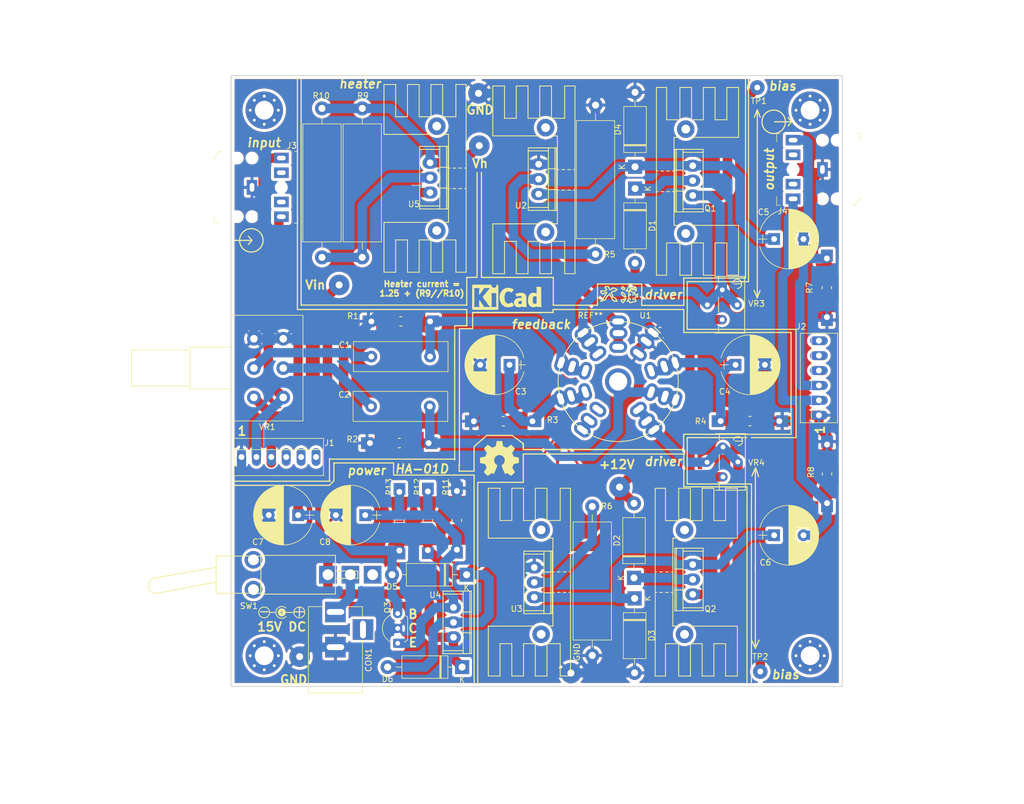
<source format=kicad_pcb>
(kicad_pcb (version 20211014) (generator pcbnew)
  (layers (0 "F.Cu" signal) (31 "B.Cu" signal) (34 "B.Paste" user) (35 "F.Paste" user) (36 "B.SilkS" user "B.Silkscreen") (37 "F.SilkS" user "F.Silkscreen") (38 "B.Mask" user) (39 "F.Mask" user) (44 "Edge.Cuts" user))
  (net 0 "")
  (net 1 "Net-(C1-Pad1)")
  (net 2 "Net-(C1-Pad2)")
  (net 3 "Net-(C2-Pad1)")
  (net 4 "Net-(C2-Pad2)")
  (net 5 "Net-(C3-Pad1)")
  (net 6 "GNDREF")
  (net 7 "Net-(C4-Pad1)")
  (net 8 "Net-(C5-Pad1)")
  (net 9 "Net-(C5-Pad2)")
  (net 10 "Net-(C6-Pad1)")
  (net 11 "Net-(C6-Pad2)")
  (net 12 "+12V")
  (net 13 "Net-(Q1-Pad1)")
  (net 14 "Net-(Q2-Pad1)")
  (net 15 "Net-(R5-Pad1)")
  (net 16 "Net-(R6-Pad1)")
  (net 17 "Net-(R10-Pad1)")
  (net 18 "Net-(C7-Pad1)")
  (net 20 "Net-(R10-Pad2)")
  (net 21 "Net-(CON1-Pad1)")
  (net 22 "Net-(C8-Pad1)")
  (net 23 "Net-(D1-Pad1)")
  (net 24 "Net-(D2-Pad1)")
  (net 25 "Net-(SW1-Pad3)")
  (net 30 "/R")
  (net 31 "/T")
  (footprint "Power_Integrations:TO-220" (layer "F.Cu") (at 132 56 90)
    (fp_text reference "Q1")
    (fp_text value "IRF530")
  )
  (footprint "Power_Integrations:TO-220" (layer "F.Cu") (at 132 124 90)
    (fp_text reference "Q2")
    (fp_text value "IRF530")
  )
  (footprint "Resistors_Universal:Resistor_SMD+THTuniversal_0805to2512_RM10_HandSoldering" (layer "F.Cu") (at 154.8638 74.2696 -90)
    (fp_text reference "R7")
    (fp_text value "1k")
  )
  (footprint "Power_Integrations:TO-220" (layer "F.Cu") (at 105.75 55.75 -90)
    (fp_text reference "U2")
    (fp_text value "LM317_TO220")
  )
  (footprint "Power_Integrations:TO-220" (layer "F.Cu") (at 105 124.5 -90)
    (fp_text reference "U3")
    (fp_text value "LM317_TO220")
  )
  (footprint "Power_Integrations:TO-220" (layer "F.Cu") (at 91.2368 131.318 -90)
    (fp_text reference "U4")
    (fp_text value "LM317_TO220")
  )
  (footprint "Power_Integrations:TO-220" (layer "F.Cu") (at 87.25 55.5 -90)
    (fp_text reference "U5")
    (fp_text value "LM317_TO220")
  )
  (footprint "Connectors:PINHEAD1-6" (layer "F.Cu") (at 55.118 103.124)
    (fp_text reference "J1")
    (fp_text value "JACK_TRS_6PINS")
  )
  (footprint "Connectors:PINHEAD1-6" (layer "F.Cu") (at 153.5 96 90)
    (fp_text reference "J2")
    (fp_text value "JACK_TRS_6PINS")
  )
  (footprint "Capacitors_THT:CP_Radial_D10.0mm_P5.00mm" (layer "F.Cu") (at 100.7872 87.4014 180)
    (fp_text reference "C3")
    (fp_text value "100u/100V")
  )
  (footprint "Capacitors_THT:CP_Radial_D10.0mm_P5.00mm" (layer "F.Cu") (at 139.2936 87.4014)
    (fp_text reference "C4")
    (fp_text value "100u/100V")
  )
  (footprint "Capacitors_THT:CP_Radial_D10.0mm_P5.00mm" (layer "F.Cu") (at 145.8722 65.9638)
    (fp_text reference "C5")
    (fp_text value "470u/35V")
  )
  (footprint "Capacitors_THT:CP_Radial_D10.0mm_P5.00mm" (layer "F.Cu") (at 145.8722 116.459)
    (fp_text reference "C6")
    (fp_text value "470u/35V")
  )
  (footprint "Capacitors_THT:CP_Radial_D10.0mm_P5.00mm" (layer "F.Cu") (at 64.77 113.03 180)
    (fp_text reference "C7")
    (fp_text value "47u/100V")
  )
  (footprint "Capacitors_THT:CP_Radial_D10.0mm_P5.00mm" (layer "F.Cu") (at 76.2 113.03 180)
    (fp_text reference "C8")
    (fp_text value "10u/250V")
  )
  (footprint "Potentiometers:Potentiometer_Bourns_3296Y_3-8Zoll_Angular_ScrewUp" (layer "F.Cu") (at 137.033 74.6252 180)
    (fp_text reference "VR3")
    (fp_text value "50k")
  )
  (footprint "Potentiometers:Potentiometer_Bourns_3296Y_3-8Zoll_Angular_ScrewUp" (layer "F.Cu") (at 137.16 101.4222 180)
    (fp_text reference "VR4")
    (fp_text value "50k")
  )
  (footprint "Connectors:BARREL_JACK" (layer "F.Cu") (at 71.12 129.54 90)
    (fp_text reference "CON1")
    (fp_text value "15VDC Adapter")
  )
  (footprint "Valves:VALVE-ECC-83-2" (layer "F.Cu") (at 122.75 95)
    (fp_text reference "U1")
    (fp_text value "12AU7")
  )
  (footprint "Capacitors_THT:C_Disc_D16.0mm_W5.0mm_P10.00mm" (layer "F.Cu") (at 87.2 94.5 180)
    (fp_text reference "C2")
    (fp_text value "0.47u/100V")
  )
  (footprint "Wire_Pads:SolderWirePad_single_1mmDrill" (layer "F.Cu") (at 143.002 40.132)
    (fp_text reference "TP1")
    (fp_text value "TEST_1P")
  )
  (footprint "Wire_Pads:SolderWirePad_single_1mmDrill" (layer "F.Cu") (at 143.51 139.7)
    (fp_text reference "TP2")
    (fp_text value "TEST_1P")
  )
  (footprint "Potentiometers:Potentiometer_Alps_RK163_Double_Vertical" (layer "F.Cu") (at 57.23 82.964 180)
    (fp_text reference "VR1")
    (fp_text value "10k-DUAL")
  )
  (footprint "Mounting_Holes:MountingHole_3.2mm_M3_Pad_Via" (layer "F.Cu") (at 59 44)
    (fp_text reference "H1")
    (fp_text value "MECHANICAL_HOLE")
  )
  (footprint "Mounting_Holes:MountingHole_3.2mm_M3_Pad_Via" (layer "F.Cu") (at 152 44)
    (fp_text reference "H2")
    (fp_text value "MECHANICAL_HOLE")
  )
  (footprint "Mounting_Holes:MountingHole_3.2mm_M3_Pad_Via" (layer "F.Cu") (at 152 137)
    (fp_text reference "H3")
    (fp_text value "MECHANICAL_HOLE")
  )
  (footprint "Mounting_Holes:MountingHole_3.2mm_M3_Pad_Via" (layer "F.Cu") (at 59 137)
    (fp_text reference "H4")
    (fp_text value "MECHANICAL_HOLE")
  )
  (footprint "Heatsinks:Heatsink_Stonecold_HS-132_32x14mm_2xFixation1.5mm" (layer "F.Cu") (at 88.392 55.616 -90)
    (fp_text reference "HS1")
    (fp_text value "HEATSINK")
  )
  (footprint "Heatsinks:Heatsink_Stonecold_HS-132_32x14mm_2xFixation1.5mm" (layer "F.Cu") (at 106.934 55.87 -90)
    (fp_text reference "HS2")
    (fp_text value "HEATSINK")
  )
  (footprint "Heatsinks:Heatsink_Stonecold_HS-132_32x14mm_2xFixation1.5mm" (layer "F.Cu") (at 130.81 56.124 90)
    (fp_text reference "HS3")
    (fp_text value "HEATSINK")
  )
  (footprint "Heatsinks:Heatsink_Stonecold_HS-132_32x14mm_2xFixation1.5mm" (layer "F.Cu") (at 130.6068 124.46 90)
    (fp_text reference "HS4")
    (fp_text value "HEATSINK")
  )
  (footprint "Symbols:Symbol_Barrel_Polarity" (layer "F.Cu") (at 61.976 129.54)
    (fp_text reference "REF**" hide)
    (fp_text value "Symbol_Barrel_Polarity")
  )
  (footprint "Symbols:OSHW-Symbol_6.7x6mm_SilkScreen" (layer "F.Cu") (at 99.06 103.378)
    (fp_text reference "REF***" hide)
    (fp_text value "OSHW-Symbol_6.7x6mm_SilkScreen" hide)
  )
  (footprint "Symbols:Symbol_Attention_CopperTop_Small" (layer "F.Cu") (at 108.966 103.378)
    (fp_text reference "")
    (fp_text value "Symbol_Attention_CopperTop_Small")
  )
  (footprint "Symbols:Symbol_KiCAD-Logo_CopperAndSilkScreenTop" (layer "F.Cu") (at 100.33 75.692)
    (fp_text reference "REF**" hide)
    (fp_text value "KiCAD Logo" hide)
  )
  (footprint "Resistors_THT:R_Axial_Power_L20.0mm_W6.4mm_P25.40mm" (layer "F.Cu") (at 68.834 69.088 90)
    (fp_text reference "R10")
    (fp_text value "8ohm/5,6ohm/5W")
  )
  (footprint "Resistors_Universal:Resistor_SMD+THTuniversal_0805to2512_RM10_HandSoldering" (layer "F.Cu") (at 82.25 80 180)
    (fp_text reference "R1")
    (fp_text value "100k")
  )
  (footprint "Resistors_Universal:Resistor_SMD+THTuniversal_0805to2512_RM10_HandSoldering" (layer "F.Cu") (at 82 100.75 180)
    (fp_text reference "R2")
    (fp_text value "100k")
  )
  (footprint "Resistors_Universal:Resistor_SMD+THTuniversal_0805to2512_RM10_HandSoldering" (layer "F.Cu") (at 99.695 97.028 180)
    (fp_text reference "R3")
    (fp_text value "120")
  )
  (footprint "Resistors_Universal:Resistor_SMD+THTuniversal_0805to2512_RM10_HandSoldering" (layer "F.Cu") (at 141.75 97)
    (fp_text reference "R4")
    (fp_text value "120")
  )
  (footprint "Resistors_Universal:Resistor_SMD+THTuniversal_0805to2512_RM10_HandSoldering" (layer "F.Cu") (at 154.8892 105.9942 90)
    (fp_text reference "R8")
    (fp_text value "1k")
  )
  (footprint "Resistors_THT:R_Axial_Power_L20.0mm_W6.4mm_P25.40mm" (layer "F.Cu") (at 115.443 68.5292 90)
    (fp_text reference "R5")
    (fp_text value "10ohm/5W")
  )
  (footprint "Resistors_THT:R_Axial_Power_L20.0mm_W6.4mm_P25.40mm" (layer "F.Cu") (at 114.8842 111.5568 -90)
    (fp_text reference "R6")
    (fp_text value "10ohm/5W")
  )
  (footprint "Resistors_THT:R_Axial_Power_L20.0mm_W6.4mm_P25.40mm" (layer "F.Cu") (at 75.692 69.088 90)
    (fp_text reference "R9")
    (fp_text value "8ohm/5,6ohm/5W")
  )
  (footprint "Valves:VALVE-ECC-83-2" (layer "F.Cu") (at 122.75 95)
    (fp_text reference "REF**")
    (fp_text value "VALVE-ECC-83-2")
  )
  (footprint "Capacitors_THT:C_Disc_D16.0mm_W5.0mm_P10.00mm" (layer "F.Cu") (at 87.25 86 180)
    (fp_text reference "C1")
    (fp_text value "0.47u/100V")
  )
  (footprint "Wire_Pads:SolderWirePad_single_0-8mmDrill" (layer "F.Cu") (at 134.4422 104.013)
    (fp_text reference "")
    (fp_text value "")
  )
  (footprint "Wire_Pads:SolderWirePad_single_0-8mmDrill" (layer "F.Cu") (at 134.493 77.1652)
    (fp_text reference "")
    (fp_text value "")
  )
  (footprint "Wire_Pads:SolderWirePad_single_1-2mmDrill" (layer "F.Cu") (at 111.252 139.954)
    (fp_text reference "")
    (fp_text value "GND")
  )
  (footprint "Wire_Pads:SolderWirePad_single_1-2mmDrill" (layer "F.Cu") (at 95.504 41.1226)
    (fp_text reference "")
    (fp_text value "")
  )
  (footprint "Wire_Pads:SolderWirePad_single_1-2mmDrill" (layer "F.Cu") (at 119.5324 108.2548)
    (fp_text reference "")
    (fp_text value "")
  )
  (footprint "Wire_Pads:SolderWirePad_single_1-2mmDrill" (layer "F.Cu") (at 71.755 73.787)
    (fp_text reference "")
    (fp_text value "")
  )
  (footprint "Wire_Pads:SolderWirePad_single_1-2mmDrill" (layer "F.Cu") (at 95.631 50.038)
    (fp_text reference "")
    (fp_text value "")
  )
  (footprint "Wire_Pads:SolderWirePad_single_1-2mmDrill" (layer "F.Cu") (at 65.024 137.16)
    (fp_text reference "GND")
    (fp_text value "")
  )
  (footprint "Diode_THT:D_DO-15_P12.70mm_Horizontal" (layer "F.Cu") (at 122.174 57.3532 -90)
    (fp_text reference "D1")
    (fp_text value "SHORT")
  )
  (footprint "Diode_THT:D_DO-15_P12.70mm_Horizontal" (layer "F.Cu") (at 121.9962 123.7234 90)
    (fp_text reference "D2")
    (fp_text value "SHORT")
  )
  (footprint "Diode_THT:D_DO-15_P12.70mm_Horizontal" (layer "F.Cu") (at 122.0978 127.2286 -90)
    (fp_text reference "D3")
    (fp_text value "1N5819")
  )
  (footprint "Diode_THT:D_DO-15_P12.70mm_Horizontal" (layer "F.Cu") (at 122.174 53.6448 90)
    (fp_text reference "D4")
    (fp_text value "1N5819")
  )
  (footprint "Diode_THT:D_DO-15_P12.70mm_Horizontal" (layer "F.Cu") (at 93.472 123.19 180)
    (fp_text reference "D5")
    (fp_text value "1N4002")
  )
  (footprint "vacuumTubeEarphone_kicad6:audiojack-3.5mm-5p" (layer "F.Cu") (at 61.908 57.15)
    (fp_text reference "J3")
    (fp_text value "JACK_TRS_5PINS")
  )
  (footprint "vacuumTubeEarphone_kicad6:audiojack-3.5mm-5p" (layer "F.Cu") (at 149.098 54.102 180)
    (fp_text reference "J4")
    (fp_text value "JACK_TRS_5PINS")
  )
  (footprint "Button_Switch_THT:SW_SPDT_90" (layer "F.Cu") (at 73.66 123.19 180)
    (fp_text reference "SW1")
    (fp_text value "SW_SPDT")
  )
  (footprint "Heatsinks:Heatsink_Stonecold_HS-132_32x14mm_2xFixation1.5mm" (layer "F.Cu") (at 106.172 124.45 -90)
    (fp_text reference "HS5")
    (fp_text value "HEATSINK")
  )
  (footprint "Package_TO_SOT_THT:TO-92L_Inline_Wide" (layer "F.Cu") (at 81.73 134.884 90)
    (fp_text reference "Q3")
    (fp_text value "A684")
  )
  (footprint "Resistor_SMD+THTuniversal_0805to2512_RM10_HandSoldering" (layer "F.Cu") (at 91.821 113.919 90)
    (fp_text reference "R11")
    (fp_text value "2k7")
  )
  (footprint "Resistor_SMD+THTuniversal_0805to2512_RM10_HandSoldering" (layer "F.Cu") (at 86.868 113.9952 90)
    (fp_text reference "R12")
    (fp_text value "330")
  )
  (footprint "Resistor_SMD+THTuniversal_0805to2512_RM10_HandSoldering" (layer "F.Cu") (at 82.0166 114.0714 90)
    (fp_text reference "R13")
    (fp_text value "47k")
  )
  (footprint "Diode_THT:D_DO-15_P12.70mm_Horizontal" (layer "F.Cu") (at 92.71 138.938 180)
    (fp_text reference "D6")
    (fp_text value "1N4002")
  )
  (gr_line (start 148.844 45.974) (end 148.244 46.674) (layer "F.SilkS") (width 0.2))
  (gr_line (start 148.844 45.974) (end 148.244 45.274) (layer "F.SilkS") (width 0.2))
  (gr_circle (center 145.796 45.974) (end 147.796 45.974) (layer "F.SilkS") (width 0.2) (fill none))
  (gr_line (start 145.944 45.974) (end 148.844 45.974) (layer "F.SilkS") (width 0.2))
  (gr_line (start 108.25 77.25) (end 115.7732 77.2414) (layer "F.SilkS") (width 0.2))
  (gr_line (start 123.317 77.2668) (end 130.4798 77.2668) (layer "F.SilkS") (width 0.2))
  (gr_line (start 115.7732 73.6092) (end 115.7732 77.2668) (layer "F.SilkS") (width 0.2))
  (gr_line (start 115.7986 73.6346) (end 123.317 73.6346) (layer "F.SilkS") (width 0.2))
  (gr_line (start 123.317 73.6346) (end 123.317 77.2922) (layer "F.SilkS") (width 0.2))
  (gr_line (start 141.25 110.3376) (end 141.25 141.5) (layer "F.SilkS") (width 0.2))
  (gr_line (start 142 110.4392) (end 142 141.5) (layer "F.SilkS") (width 0.2))
  (gr_line (start 130.4798 102.616) (end 103.124 102.616) (layer "F.SilkS") (width 0.2))
  (gr_line (start 131.064 107.7214) (end 131.064 102.6414) (layer "F.SilkS") (width 0.2))
  (gr_line (start 142.0114 107.7214) (end 131.064 107.7214) (layer "F.SilkS") (width 0.2))
  (gr_line (start 131.064 73.2282) (end 131.064 78.994) (layer "F.SilkS") (width 0.2))
  (gr_line (start 141 72.5932) (end 141 38.75) (layer "F.SilkS") (width 0.2))
  (gr_line (start 130.4798 77.978) (end 121.5144 77.978) (layer "F.SilkS") (width 0.2))
  (gr_line (start 118.3516 75.8138) (end 118.3516 75.5638) (layer "F.SilkS") (width 0.2))
  (gr_line (start 141.4526 81.3562) (end 135.4328 81.3562) (layer "F.SilkS") (width 0.2))
  (gr_line (start 91.44 103.632) (end 91.44 80.772) (layer "F.SilkS") (width 0.2))
  (gr_line (start 130.4798 102.6922) (end 130.4798 108.204) (layer "F.SilkS") (width 0.2))
  (gr_line (start 122.1016 75.3138) (end 122.1016 75.0638) (layer "F.SilkS") (width 0.2))
  (gr_line (start 118.6016 74.8138) (end 118.8516 74.8138) (layer "F.SilkS") (width 0.2))
  (gr_line (start 116.6016 76.3138) (end 116.3516 76.5638) (layer "F.SilkS") (width 0.2))
  (gr_line (start 116.6016 75.3138) (end 117.3516 75.0638) (layer "F.SilkS") (width 0.2))
  (gr_line (start 118.6016 76.5638) (end 119.1016 76.5638) (layer "F.SilkS") (width 0.2))
  (gr_line (start 94.488 105.537) (end 94.742 105.537) (layer "F.SilkS") (width 0.2))
  (gr_line (start 118.1016 74.5638) (end 117.8516 74.5638) (layer "F.SilkS") (width 0.2))
  (gr_line (start 103.124 102.616) (end 103.124 103.124) (layer "F.SilkS") (width 0.2))
  (gr_line (start 117.1016 75.5638) (end 116.6016 76.3138) (layer "F.SilkS") (width 0.2))
  (gr_line (start 116.3516 75.0638) (end 116.6016 75.3138) (layer "F.SilkS") (width 0.2))
  (gr_line (start 125.5 81) (end 126.5 82) (layer "F.SilkS") (width 0.2))
  (gr_line (start 96.012 107.442) (end 95.377 107.442) (layer "F.SilkS") (width 0.2))
  (gr_line (start 122.1016 74.3138) (end 121.6016 74.3138) (layer "F.SilkS") (width 0.2))
  (gr_line (start 142.6718 122.6566) (end 142.6718 112.4966) (layer "F.SilkS") (width 0.2))
  (gr_line (start 108.25 72.5) (end 108.25 77.25) (layer "F.SilkS") (width 0.2))
  (gr_line (start 58.382 129.514) (end 59.652 129.514) (layer "F.SilkS") (width 0.2))
  (gr_line (start 131.064 99.8728) (end 131.064 102.6668) (layer "F.SilkS") (width 0.2))
  (gr_line (start 121.8516 74.5638) (end 122.1016 74.5638) (layer "F.SilkS") (width 0.2))
  (gr_line (start 108.204 77.978) (end 108.204 78.486) (layer "F.SilkS") (width 0.2))
  (gr_line (start 118.3516 76.3138) (end 118.6016 76.5638) (layer "F.SilkS") (width 0.2))
  (gr_line (start 118.8516 74.8138) (end 119.1016 74.5638) (layer "F.SilkS") (width 0.2))
  (gr_line (start 101.219 99.441) (end 103.124 100.838) (layer "F.SilkS") (width 0.2))
  (gr_line (start 119.8516 76.3138) (end 119.8516 76.5638) (layer "F.SilkS") (width 0.2))
  (gr_line (start 120.6016 74.8138) (end 121.1016 74.8138) (layer "F.SilkS") (width 0.2))
  (gr_line (start 117.3516 74.5638) (end 117.1016 74.8138) (layer "F.SilkS") (width 0.2))
  (gr_line (start 135.4582 73.2282) (end 141.5034 73.2282) (layer "F.SilkS") (width 0.2))
  (gr_line (start 130.4798 108.204) (end 141.2494 108.204) (layer "F.SilkS") (width 0.2))
  (gr_line (start 141.986 99.822) (end 149.606 99.822) (layer "F.SilkS") (width 0.2))
  (gr_line (start 121.1016 75.5638) (end 121.1016 76.0638) (layer "F.SilkS") (width 0.2))
  (gr_line (start 122.3516 75.8138) (end 122.6016 75.8138) (layer "F.SilkS") (width 0.2))
  (gr_line (start 117.1016 76.3138) (end 117.3516 75.8138) (layer "F.SilkS") (width 0.2))
  (gr_line (start 56.892 66.185) (end 56.292 65.485) (layer "F.SilkS") (width 0.2))
  (gr_line (start 93.5 77.25) (end 93.5 72.5) (layer "F.SilkS") (width 0.2))
  (gr_line (start 93.5 72.5) (end 95.25 72.5) (layer "F.SilkS") (width 0.2))
  (gr_line (start 108.204 77.978) (end 121.412 77.978) (layer "F.SilkS") (width 0.2))
  (gr_line (start 118.1016 75.8138) (end 118.3516 76.3138) (layer "F.SilkS") (width 0.2))
  (gr_line (start 119.8516 76.5638) (end 120.1016 76.8138) (layer "F.SilkS") (width 0.2))
  (gr_line (start 94.742 101.346) (end 96.901 99.441) (layer "F.SilkS") (width 0.2))
  (gr_line (start 64.643 77.978) (end 64.643 38.608) (layer "F.SilkS") (width 0.2))
  (gr_line (start 120.8516 74.5638) (end 120.6016 74.8138) (layer "F.SilkS") (width 0.2))
  (gr_line (start 120.1016 75.5638) (end 120.3516 75.8138) (layer "F.SilkS") (width 0.2))
  (gr_line (start 142.681528 105.004944) (end 142.081528 106.354944) (layer "F.SilkS") (width 0.2))
  (gr_line (start 130.4798 81.8896) (end 130.4798 78.0034) (layer "F.SilkS") (width 0.2))
  (gr_line (start 117.1016 74.0638) (end 117.1016 74.3138) (layer "F.SilkS") (width 0.2))
  (gr_line (start 92.25 81.25) (end 92.25 104.5) (layer "F.SilkS") (width 0.2))
  (gr_line (start 117.3516 75.0638) (end 117.1016 75.5638) (layer "F.SilkS") (width 0.2))
  (gr_line (start 116.3516 74.8138) (end 116.3516 75.0638) (layer "F.SilkS") (width 0.2))
  (gr_line (start 121.1016 76.5638) (end 121.3516 76.8138) (layer "F.SilkS") (width 0.2))
  (gr_line (start 142.977374 75.994077) (end 142.469375 74.724077) (layer "F.SilkS") (width 0.2))
  (gr_line (start 120.8516 76.5638) (end 121.1016 76.5638) (layer "F.SilkS") (width 0.2))
  (gr_line (start 119.8516 75.0638) (end 119.8516 75.3138) (layer "F.SilkS") (width 0.2))
  (gr_line (start 142.6718 112.5474) (end 142.6718 105.1306) (layer "F.SilkS") (width 0.2))
  (gr_line (start 94.5 78.5) (end 94.5 81.25) (layer "F.SilkS") (width 0.2))
  (gr_line (start 130.4798 73.3044) (end 130.4798 72.6186) (layer "F.SilkS") (width 0.2))
  (gr_line (start 117.6016 74.0638) (end 117.1016 74.0638) (layer "F.SilkS") (width 0.2))
  (gr_line (start 56.892 66.185) (end 56.292 66.885) (layer "F.SilkS") (width 0.2))
  (gr_line (start 117.8516 75.3138) (end 118.1016 75.8138) (layer "F.SilkS") (width 0.2))
  (gr_line (start 142.716528 104.957944) (end 143.224528 106.481945) (layer "F.SilkS") (width 0.2))
  (gr_line (start 142.6718 135.6106) (end 142.6718 121.5136) (layer "F.SilkS") (width 0.2))
  (gr_line (start 134.5184 81.8896) (end 130.4798 81.8896) (layer "F.SilkS") (width 0.2))
  (gr_line (start 118.3516 74.3138) (end 118.1016 74.5638) (layer "F.SilkS") (width 0.2))
  (gr_line (start 54 108) (end 53.75 108) (layer "F.SilkS") (width 0.2))
  (gr_line (start 142.6718 135.7376) (end 142.0368 134.3406) (layer "F.SilkS") (width 0.2))
  (gr_line (start 117.8516 74.5638) (end 117.6016 74.0638) (layer "F.SilkS") (width 0.2))
  (gr_line (start 134.0104 99.2378) (end 130.4544 99.2378) (layer "F.SilkS") (width 0.2))
  (gr_line (start 120.1016 76.8138) (end 120.3516 76.5638) (layer "F.SilkS") (width 0.2))
  (gr_line (start 122.3516 74.5638) (end 122.3516 74.3138) (layer "F.SilkS") (width 0.2))
  (gr_line (start 118.1016 75.0638) (end 118.6016 74.8138) (layer "F.SilkS") (width 0.2))
  (gr_line (start 130.4544 101.854) (end 130.4544 99.314) (layer "F.SilkS") (width 0.2))
  (gr_line (start 103.124 107.442) (end 96.012 107.442) (layer "F.SilkS") (width 0.2))
  (gr_line (start 142.0114 108.712) (end 142.0114 107.7214) (layer "F.SilkS") (width 0.2))
  (gr_line (start 134.8994 72.6186) (end 140.9954 72.6186) (layer "F.SilkS") (width 0.2))
  (gr_line (start 91.5 103.484) (end 70.25 103.484) (layer "F.SilkS") (width 0.2))
  (gr_line (start 122.3516 74.8138) (end 122.3516 74.5638) (layer "F.SilkS") (width 0.2))
  (gr_line (start 118.6016 74.3138) (end 118.3516 74.3138) (layer "F.SilkS") (width 0.2))
  (gr_line (start 96 54.61) (end 96 72.5) (layer "F.SilkS") (width 0.2))
  (gr_line (start 81.026 104.14) (end 81.026 106.172) (layer "F.SilkS") (width 0.2))
  (gr_line (start 120.3516 74.3138) (end 120.1016 74.0638) (layer "F.SilkS") (width 0.2))
  (gr_line (start 119.1016 76.5638) (end 118.8516 76.0638) (layer "F.SilkS") (width 0.2))
  (gr_line (start 121.3516 74.5638) (end 121.8516 74.5638) (layer "F.SilkS") (width 0.2))
  (gr_line (start 122.6016 75.3138) (end 122.3516 75.5638) (layer "F.SilkS") (width 0.2))
  (gr_line (start 95.377 107.5) (end 95.377 141.75) (layer "F.SilkS") (width 0.2))
  (gr_line (start 121.3516 75.3138) (end 121.3516 75.5638) (layer "F.SilkS") (width 0.2))
  (gr_line (start 142.977374 75.994077) (end 143.465375 74.724077) (layer "F.SilkS") (width 0.2))
  (gr_line (start 143.002 43.942) (end 143.002 67.818) (layer "F.SilkS") (width 0.2))
  (gr_line (start 121.1016 76.0638) (end 120.8516 76.5638) (layer "F.SilkS") (width 0.2))
  (gr_line (start 70.104 107.95) (end 70.866 107.188) (layer "F.SilkS") (width 0.2))
  (gr_line (start 121.8516 75.0638) (end 121.3516 74.8138) (layer "F.SilkS") (width 0.2))
  (gr_line (start 120.3516 76.5638) (end 120.6016 76.0638) (layer "F.SilkS") (width 0.2))
  (gr_line (start 93.5 78) (end 93.5 78.75) (layer "F.SilkS") (width 0.2))
  (gr_line (start 96.901 99.441) (end 101.219 99.441) (layer "F.SilkS") (width 0.2))
  (gr_line (start 94.75 106.25) (end 94.75 141.75) (layer "F.SilkS") (width 0.2))
  (gr_line (start 122.1016 74.5638) (end 122.3516 74.8138) (layer "F.SilkS") (width 0.2))
  (gr_line (start 70.25 107.25) (end 53.75 107.25) (layer "F.SilkS") (width 0.2))
  (gr_line (start 64.986 128.752) (end 64.986 130.276) (layer "F.SilkS") (width 0.2))
  (gr_line (start 117.1016 74.3138) (end 117.3516 74.5638) (layer "F.SilkS") (width 0.2))
  (gr_line (start 94.742 105.537) (end 94.742 101.346) (layer "F.SilkS") (width 0.2))
  (gr_line (start 116.3516 76.5638) (end 117.1016 76.3138) (layer "F.SilkS") (width 0.2))
  (gr_line (start 121.3516 76.0638) (end 121.3516 76.3138) (layer "F.SilkS") (width 0.2))
  (gr_line (start 70.866 104.14) (end 81.026 104.14) (layer "F.SilkS") (width 0.2))
  (gr_line (start 119.1016 74.5638) (end 118.6016 74.3138) (layer "F.SilkS") (width 0.2))
  (gr_line (start 130.4798 73.279) (end 130.4798 77.2414) (layer "F.SilkS") (width 0.2))
  (gr_line (start 118.3516 75.5638) (end 118.1016 75.0638) (layer "F.SilkS") (width 0.2))
  (gr_line (start 142.6718 135.7376) (end 143.3068 134.3406) (layer "F.SilkS") (width 0.2))
  (gr_line (start 121.8516 75.3138) (end 121.8516 75.5638) (layer "F.SilkS") (width 0.2))
  (gr_line (start 70.866 107.188) (end 70.866 104.14) (layer "F.SilkS") (width 0.2))
  (gr_line (start 120.1016 75.0638) (end 119.8516 75.0638) (layer "F.SilkS") (width 0.2))
  (gr_line (start 142.0114 110.49) (end 142.0114 108.712) (layer "F.SilkS") (width 0.2))
  (gr_line (start 135.4582 81.3562) (end 131.0386 81.3562) (layer "F.SilkS") (width 0.2))
  (gr_line (start 94.488 78.486) (end 108.204 78.486) (layer "F.SilkS") (width 0.2))
  (gr_line (start 103.124 100.838) (end 103.124 101.854) (layer "F.SilkS") (width 0.2))
  (gr_line (start 135.509 73.2282) (end 131.064 73.2282) (layer "F.SilkS") (width 0.2))
  (gr_line (start 120.3516 75.8138) (end 120.6016 75.8138) (layer "F.SilkS") (width 0.2))
  (gr_line (start 70.104 107.188) (end 70.104 103.378) (layer "F.SilkS") (width 0.2))
  (gr_line (start 141.5034 73.2028) (end 141.5034 72.7456) (layer "F.SilkS") (width 0.2))
  (gr_line (start 53.992 66.185) (end 56.892 66.185) (layer "F.SilkS") (width 0.2))
  (gr_line (start 121.3516 76.8138) (end 122.3516 76.5638) (layer "F.SilkS") (width 0.2))
  (gr_line (start 119.8516 74.3138) (end 120.1016 74.5638) (layer "F.SilkS") (width 0.2))
  (gr_line (start 134.9248 72.6186) (end 130.4798 72.6186) (layer "F.SilkS") (width 0.2))
  (gr_line (start 93.5 78.75) (end 93.5 80.75) (layer "F.SilkS") (width 0.2))
  (gr_line (start 120.1016 74.5638) (end 120.3516 74.5638) (layer "F.SilkS") (width 0.2))
  (gr_line (start 143.002 43.942) (end 142.502 45.192) (layer "F.SilkS") (width 0.2))
  (gr_line (start 122.3516 76.5638) (end 122.1016 76.0638) (layer "F.SilkS") (width 0.2))
  (gr_line (start 93.5 80.75) (end 91.5 80.75) (layer "F.SilkS") (width 0.2))
  (gr_line (start 148.75 99.25) (end 134 99.25) (layer "F.SilkS") (width 0.2))
  (gr_line (start 131.0386 81.3562) (end 131.0386 78.9686) (layer "F.SilkS") (width 0.2))
  (gr_line (start 141.5 38.75) (end 141.5 72.75) (layer "F.SilkS") (width 0.2))
  (gr_line (start 118.8516 76.0638) (end 118.3516 75.8138) (layer "F.SilkS") (width 0.2))
  (gr_line (start 64.643 77.978) (end 93.472 77.978) (layer "F.SilkS") (width 0.2))
  (gr_line (start 149.606 81.3562) (end 141.478 81.3562) (layer "F.SilkS") (width 0.2))
  (gr_line (start 117.602 101.854) (end 103.124 101.854) (layer "F.SilkS") (width 0.2))
  (gr_line (start 148.75 99.25) (end 148.75 81.8642) (layer "F.SilkS") (width 0.2))
  (gr_line (start 121.8516 76.0638) (end 121.8516 76.3138) (layer "F.SilkS") (width 0.2))
  (gr_line (start 122.6016 75.8138) (end 122.6016 75.3138) (layer "F.SilkS") (width 0.2))
  (gr_line (start 141.2494 109.1946) (end 141.2494 108.2294) (layer "F.SilkS") (width 0.2))
  (gr_line (start 143.002 43.942) (end 143.502 45.192) (layer "F.SilkS") (width 0.2))
  (gr_line (start 141.224 99.822) (end 134.62 99.822) (layer "F.SilkS") (width 0.2))
  (gr_line (start 81.1 106.2) (end 94.8 106.2) (layer "F.SilkS") (width 0.2))
  (gr_line (start 106.25 78.5) (end 94.5 78.5) (layer "F.SilkS") (width 0.2))
  (gr_line (start 64.224 129.514) (end 65.748 129.514) (layer "F.SilkS") (width 0.2))
  (gr_line (start 120.3516 75.3138) (end 120.1016 75.0638) (layer "F.SilkS") (width 0.2))
  (gr_line (start 141.2494 109.1946) (end 141.2494 110.363) (layer "F.SilkS") (width 0.2))
  (gr_line (start 121.3516 74.3138) (end 121.3516 74.0638) (layer "F.SilkS") (width 0.2))
  (gr_line (start 94.5 81.25) (end 92.25 81.25) (layer "F.SilkS") (width 0.2))
  (gr_line (start 96 72.5) (end 108.25 72.5) (layer "F.SilkS") (width 0.2))
  (gr_line (start 122.1016 76.0638) (end 122.3516 75.8138) (layer "F.SilkS") (width 0.2))
  (gr_line (start 121.3516 74.0638) (end 121.1016 74.0638) (layer "F.SilkS") (width 0.2))
  (gr_line (start 122.3516 75.5638) (end 122.1016 75.3138) (layer "F.SilkS") (width 0.2))
  (gr_line (start 120.6016 75.8138) (end 120.3516 75.3138) (layer "F.SilkS") (width 0.2))
  (gr_line (start 121.3516 74.8138) (end 121.1016 75.0638) (layer "F.SilkS") (width 0.2))
  (gr_line (start 122.1016 75.0638) (end 121.8516 75.0638) (layer "F.SilkS") (width 0.2))
  (gr_line (start 149.606 99.822) (end 149.606 81.3562) (layer "F.SilkS") (width 0.2))
  (gr_line (start 117.3516 75.8138) (end 117.8516 75.3138) (layer "F.SilkS") (width 0.2))
  (gr_line (start 95.25 72.5) (end 95.25 54.61) (layer "F.SilkS") (width 0.2))
  (gr_line (start 65.278 77.216) (end 65.278 38.608) (layer "F.SilkS") (width 0.2))
  (gr_line (start 120.1016 76.3138) (end 119.8516 76.3138) (layer "F.SilkS") (width 0.2))
  (gr_line (start 120.3516 74.5638) (end 120.3516 74.3138) (layer "F.SilkS") (width 0.2))
  (gr_line (start 122.3516 74.3138) (end 122.1016 74.0638) (layer "F.SilkS") (width 0.2))
  (gr_line (start 116.8516 74.8138) (end 116.3516 74.8138) (layer "F.SilkS") (width 0.2))
  (gr_line (start 122.1016 74.0638) (end 122.1016 74.3138) (layer "F.SilkS") (width 0.2))
  (gr_circle (center 56.792 66.185) (end 58.792 66.185) (layer "F.SilkS") (width 0.2) (fill none))
  (gr_line (start 103.378 101.854) (end 130.429 101.854) (layer "F.SilkS") (width 0.2))
  (gr_line (start 121.1016 74.0638) (end 120.8516 74.5638) (layer "F.SilkS") (width 0.2))
  (gr_line (start 134.6454 99.822) (end 131.064 99.822) (layer "F.SilkS") (width 0.2))
  (gr_line (start 120.1016 74.0638) (end 119.8516 74.3138) (layer "F.SilkS") (width 0.2))
  (gr_line (start 103.124 103.124) (end 103.124 107.442) (layer "F.SilkS") (width 0.2))
  (gr_line (start 148.7424 81.8896) (end 134.4924 81.8896) (layer "F.SilkS") (width 0.2))
  (gr_line (start 65.278 77.216) (end 93.472 77.216) (layer "F.SilkS") (width 0.2))
  (gr_line (start 92.202 105.537) (end 92.202 104.394) (layer "F.SilkS") (width 0.2))
  (gr_line (start 121.6016 74.3138) (end 121.3516 74.3138) (layer "F.SilkS") (width 0.2))
  (gr_line (start 117.1016 74.8138) (end 116.8516 74.8138) (layer "F.SilkS") (width 0.2))
  (gr_line (start 121.1016 75.0638) (end 121.1016 75.5638) (layer "F.SilkS") (width 0.2))
  (gr_line (start 103.124 101.854) (end 103.124 100.838) (layer "F.SilkS") (width 0.2))
  (gr_line (start 120.6016 76.0638) (end 120.1016 76.3138) (layer "F.SilkS") (width 0.2))
  (gr_line (start 143.002 75.7682) (end 143.002 67.818) (layer "F.SilkS") (width 0.2))
  (gr_line (start 53.848 107.95) (end 70.104 107.95) (layer "F.SilkS") (width 0.2))
  (gr_line (start 119.8516 75.3138) (end 120.1016 75.5638) (layer "F.SilkS") (width 0.2))
  (gr_line (start 121.1016 74.8138) (end 121.3516 74.5638) (layer "F.SilkS") (width 0.2))
  (gr_line (start 94.488 105.537) (end 92.202 105.537) (layer "F.SilkS") (width 0.2))
  (gr_line (start 53.34 142.24) (end 157.48 142.24) (layer "Edge.Cuts") (width 0.15))
  (gr_line (start 157.48 38.1) (end 53.34 38.1) (layer "Edge.Cuts") (width 0.15))
  (gr_line (start 53.34 38.1) (end 53.34 142.24) (layer "Edge.Cuts") (width 0.15))
  (gr_line (start 157.48 142.24) (end 157.48 38.1) (layer "Edge.Cuts") (width 0.15))
  (gr_text "1" (at 153.7 98.5 90) (layer "F.SilkS") (effects (font (size 1.5 1.5) (thickness 0.3))))
  (gr_text "GND" (at 95.758 43.942) (layer "F.SilkS") (effects (font (size 1.5 1.5) (thickness 0.3))))
  (gr_text "1" (at 55.2 98.7) (layer "F.SilkS") (effects (font (size 1.5 1.5) (thickness 0.3))))
  (gr_text "power" (at 76.454 105.41) (layer "F.SilkS") (effects (font (size 1.5 1.5) (thickness 0.3) italic)))
  (gr_text "heater" (at 75.311 39.497) (layer "F.SilkS") (effects (font (size 1.5 1.5) (thickness 0.3) italic)))
  (gr_text "driver" (at 127 75.438) (layer "F.SilkS") (effects (font (size 1.5 1.5) (thickness 0.3) italic)))
  (gr_text "Heater current =\n1.25 ÷ (R9//R10)" (at 85.852 74.422) (layer "F.SilkS") (effects (font (size 1 1) (thickness 0.25))))
  (gr_text "B\nC\nE" (at 84.328 132.334) (layer "F.SilkS") (effects (font (size 1.5 1.5) (thickness 0.3))))
  (gr_text "bias" (at 147.32 39.878) (layer "F.SilkS") (effects (font (size 1.5 1.5) (thickness 0.3) italic)))
  (gr_text "feedback" (at 106.172 80.518) (layer "F.SilkS") (effects (font (size 1.5 1.5) (thickness 0.3) italic)))
  (gr_text "Vh" (at 95.758 53.086) (layer "F.SilkS") (effects (font (size 1.5 1.5) (thickness 0.3))))
  (gr_text "+12V" (at 119.0752 104.394) (layer "F.SilkS") (effects (font (size 1.5 1.5) (thickness 0.3))))
  (gr_text "bias" (at 147.828 140.208) (layer "F.SilkS") (effects (font (size 1.5 1.5) (thickness 0.3) italic)))
  (gr_text "input" (at 58.928 49.53) (layer "F.SilkS") (effects (font (size 1.5 1.5) (thickness 0.3) italic)))
  (gr_text "output" (at 145.034 54.102 90) (layer "F.SilkS") (effects (font (size 1.5 1.5) (thickness 0.3) italic)))
  (gr_text "HA-01D" (at 85.852 105.156) (layer "F.SilkS") (effects (font (size 1.5 1.5) (thickness 0.3) italic)))
  (gr_text "Vin" (at 67.691 73.787) (layer "F.SilkS") (effects (font (size 1.5 1.5) (thickness 0.3))))
  (gr_text "15V DC" (at 61.976 132.08) (layer "F.SilkS") (effects (font (size 1.5 1.5) (thickness 0.3))))
  (gr_text "driver" (at 127 103.886) (layer "F.SilkS") (effects (font (size 1.5 1.5) (thickness 0.3) italic)))
  (segment (start 84.85096 80) (end 87.25126 80) (width 1.6) (layer "F.Cu") (net 1))
  (segment (start 87.25126 85.99874) (end 87.25 86) (width 1.6) (layer "B.Cu") (net 1))
  (segment (start 110.9376 88.42) (end 109.5674 87.0498) (width 1.6) (layer "B.Cu") (net 1))
  (segment (start 87.25126 80) (end 102.5176 80) (width 1.6) (layer "B.Cu") (net 1))
  (segment (start 105.1206 80) (end 102.5176 80) (width 1.6) (layer "B.Cu") (net 1))
  (segment (start 109.5674 87.0498) (end 109.5674 84.4468) (width 1.6) (layer "B.Cu") (net 1))
  (segment (start 109.5674 84.4468) (end 105.1206 80) (width 1.6) (layer "B.Cu") (net 1))
  (segment (start 87.25126 80) (end 87.25126 85.99874) (width 1.6) (layer "B.Cu") (net 1))
  (segment (start 113.69 88.42) (end 110.9376 88.42) (width 1.6) (layer "B.Cu") (net 1))
  (segment (start 57.23 87.964) (end 59.85 85.344) (width 1.6) (layer "B.Cu") (net 2))
  (segment (start 73.66 85.344) (end 74.316 86) (width 1.6) (layer "B.Cu") (net 2))
  (segment (start 59.85 85.344) (end 73.66 85.344) (width 1.6) (layer "B.Cu") (net 2))
  (segment (start 74.316 86) (end 77.25 86) (width 1.6) (layer "B.Cu") (net 2))
  (segment (start 84.60096 100.75) (end 87.00126 100.75) (width 1.6) (layer "F.Cu") (net 3))
  (segment (start 87.00126 94.50126) (end 87 94.5) (width 1.6) (layer "B.Cu") (net 3))
  (segment (start 121.12 92.07) (end 119.3 90.25) (width 1.6) (layer "B.Cu") (net 3))
  (segment (start 120.63 92.07) (end 119.3 93.4) (width 1.6) (layer "B.Cu") (net 3))
  (segment (start 119.3 93.4) (end 119.3 90.25) (width 1.6) (layer "B.Cu") (net 3))
  (segment (start 127.7956 92.07) (end 129.0746 93.349) (width 1.6) (layer "B.Cu") (net 3))
  (segment (start 87.2 100.55126) (end 87.00126 100.75) (width 1.6) (layer "B.Cu") (net 3))
  (segment (start 119.3 98.7) (end 119.3 93.4) (width 1.6) (layer "B.Cu") (net 3))
  (segment (start 87.00126 100.75) (end 106.85 100.75) (width 1.6) (layer "B.Cu") (net 3))
  (segment (start 124.9 92.07) (end 127.7956 92.07) (width 1.6) (layer "B.Cu") (net 3))
  (segment (start 124.9 92.07) (end 120.63 92.07) (width 1.6) (layer "B.Cu") (net 3))
  (segment (start 115 103) (end 119.3 98.7) (width 1.6) (layer "B.Cu") (net 3))
  (segment (start 109.1 103) (end 115 103) (width 1.6) (layer "B.Cu") (net 3))
  (segment (start 106.85 100.75) (end 109.1 103) (width 1.6) (layer "B.Cu") (net 3))
  (segment (start 124.9 92.07) (end 121.12 92.07) (width 1.6) (layer "B.Cu") (net 3))
  (segment (start 87.2 94.5) (end 87.2 100.55126) (width 1.6) (layer "B.Cu") (net 3))
  (segment (start 62.23 87.964) (end 70.664 87.964) (width 1.6) (layer "B.Cu") (net 4))
  (segment (start 70.664 87.964) (end 77.2 94.5) (width 1.6) (layer "B.Cu") (net 4))
  (segment (start 104.7623 97.028) (end 102.362 97.028) (width 1.6) (layer "F.Cu") (net 5))
  (segment (start 100.711 88.646) (end 100.711 90.3986) (width 1.6) (layer "B.Cu") (net 5))
  (segment (start 103.02926 97.028) (end 100.711 94.70974) (width 1.6) (layer "B.Cu") (net 5))
  (segment (start 100.711 90.3986) (end 100.7872 90.3224) (width 1.6) (layer "B.Cu") (net 5))
  (segment (start 109.9878 92.7) (end 109.4912 93.1966) (width 1.6) (layer "B.Cu") (net 5))
  (segment (start 109.4912 93.1966) (end 108.52766 93.1966) (width 1.6) (layer "B.Cu") (net 5))
  (segment (start 100.711 90.3986) (end 100.711 94.70974) (width 1.6) (layer "B.Cu") (net 5))
  (segment (start 109.4912 93.1966) (end 112.5234 93.1966) (width 1.6) (layer "B.Cu") (net 5))
  (segment (start 104.69626 97.028) (end 103.02926 97.028) (width 1.6) (layer "B.Cu") (net 5))
  (segment (start 108.52766 93.1966) (end 104.69626 97.028) (width 1.6) (layer "B.Cu") (net 5))
  (segment (start 111.25 92.7) (end 109.9878 92.7) (width 1.6) (layer "B.Cu") (net 5))
  (segment (start 112.5234 93.1966) (end 113.69 92.03) (width 1.6) (layer "B.Cu") (net 5))
  (segment (start 100.7872 90.3224) (end 100.7872 87.4014) (width 1.6) (layer "B.Cu") (net 5))
  (segment (start 154.8638 79.27086) (end 148.05914 79.27086) (width 1.6) (layer "F.Cu") (net 6))
  (segment (start 154.8892 99.5172) (end 153.5 98.128) (width 1.6) (layer "F.Cu") (net 6))
  (segment (start 152.448479 61.008479) (end 152.448479 55.751521) (width 1.6) (layer "F.Cu") (net 6))
  (segment (start 146.75126 97) (end 149.38 97) (width 1.6) (layer "F.Cu") (net 6))
  (segment (start 154.8638 76.6826) (end 151.384 73.2028) (width 1.6) (layer "F.Cu") (net 6))
  (segment (start 118.364 62.484) (end 118.364 74.676) (width 1.6) (layer "F.Cu") (net 6))
  (segment (start 77.24874 80) (end 79.837 80) (width 1.6) (layer "F.Cu") (net 6))
  (segment (start 144.2936 96.8694) (end 144.163 97) (width 1.6) (layer "F.Cu") (net 6))
  (segment (start 118.364 74.676) (end 125.2646 81.5766) (width 1.6) (layer "F.Cu") (net 6))
  (segment (start 144.163 97) (end 146.75126 97) (width 1.6) (layer "F.Cu") (net 6))
  (segment (start 153.924 62.484) (end 152.448479 61.008479) (width 1.6) (layer "F.Cu") (net 6))
  (segment (start 122.75 84.7) (end 124.05 83.4) (width 1.6) (layer "F.Cu") (net 6))
  (segment (start 122.75 85.49) (end 122.75 84.7) (width 1.6) (layer "F.Cu") (net 6))
  (segment (start 144.2936 83.0796) (end 144.2936 87.4014) (width 1.6) (layer "F.Cu") (net 6))
  (segment (start 154.8892 103.5812) (end 154.8892 100.99294) (width 1.6) (layer "F.Cu") (net 6))
  (segment (start 154.8638 79.27086) (end 154.8638 76.6826) (width 1.6) (layer "F.Cu") (net 6))
  (segment (start 124.05 83.1336) (end 125.2646 81.919) (width 1.6) (layer "F.Cu") (net 6))
  (segment (start 151.384 73.2028) (end 151.384 68.58) (width 1.6) (layer "F.Cu") (net 6))
  (segment (start 115.443 59.563) (end 118.364 62.484) (width 1.6) (layer "F.Cu") (net 6))
  (segment (start 151.384 68.58) (end 153.924 66.04) (width 1.6) (layer "F.Cu") (net 6))
  (segment (start 152.448479 55.751521) (end 154.098 54.102) (width 1.6) (layer "F.Cu") (net 6))
  (segment (start 149.38 97) (end 150.38 96) (width 1.6) (layer "F.Cu") (net 6))
  (segment (start 91.821 108.91774) (end 91.821 111.506) (width 1.6) (layer "F.Cu") (net 6))
  (segment (start 150.38 96) (end 153.5 96) (width 1.6) (layer "F.Cu") (net 6))
  (segment (start 76.99874 100.75) (end 79.587 100.75) (width 1.6) (layer "F.Cu") (net 6))
  (segment (start 115.443 43.1292) (end 115.443 59.563) (width 1.6) (layer "F.Cu") (net 6))
  (segment (start 96.774 97.028) (end 94.18574 97.028) (width 1.6) (layer "F.Cu") (net 6))
  (segment (start 144.2936 87.4014) (end 144.2936 96.8694) (width 1.6) (layer "F.Cu") (net 6))
  (segment (start 153.924 66.04) (end 153.924 62.484) (width 1.6) (layer "F.Cu") (net 6))
  (segment (start 154.8892 100.99294) (end 154.8892 99.5172) (width 1.6) (layer "F.Cu") (net 6))
  (segment (start 144.272 83.058) (end 144.2936 83.0796) (width 1.6) (layer "F.Cu") (net 6))
  (segment (start 124.05 83.4) (end 124.05 83.1336) (width 1.6) (layer "F.Cu") (net 6))
  (segment (start 148.05914 79.27086) (end 144.272 83.058) (width 1.6) (layer "F.Cu") (net 6))
  (segment (start 153.5 98.128) (end 153.5 96) (width 1.6) (layer "F.Cu") (net 6))
  (segment (start 125.2646 81.5766) (end 125.2646 81.919) (width 1.6) (layer "F.Cu") (net 6))
  (segment (start 82.55 90.17) (end 82.804 90.424) (width 1.6) (layer "B.Cu") (net 6))
  (segment (start 111.2774 139.9286) (end 111.252 139.954) (width 1.6) (layer "B.Cu") (net 6))
  (segment (start 100.584 124.206) (end 100.584 139.954) (width 1.6) (layer "B.Cu") (net 6))
  (segment (start 57.23 82.964) (end 62.23 82.964) (width 1.6) (layer "B.Cu") (net 6))
  (segment (start 57.23 66.214) (end 57.23 82.964) (width 1.6) (layer "B.Cu") (net 6))
  (segment (start 67.152 135.54) (end 67.152 125.572) (width 1.6) (layer "B.Cu") (net 6))
  (segment (start 122.0978 139.9286) (end 114.3254 139.9286) (width 1.6) (layer "B.Cu") (net 6))
  (segment (start 71.12 135.54) (end 67.152 135.54) (width 1.6) (layer "B.Cu") (net 6))
  (segment (start 78.582 135.54) (end 71.12 135.54) (width 1.6) (layer "B.Cu") (net 6))
  (segment (start 144.2936 84.8576) (end 141.355 81.919) (width 1.6) (layer "B.Cu") (net 6))
  (segment (start 76.99874 100.75) (end 78.32 100.75) (width 1.6) (layer "B.Cu") (net 6))
  (segment (start 77.24874 80) (end 78.984 80) (width 1.6) (layer "B.Cu") (net 6))
  (segment (start 55.118 108.378) (end 59.77 113.03) (width 1.6) (layer "B.Cu") (net 6))
  (segment (start 89.916 105.664) (end 81.91274 105.664) (width 1.6) (layer "B.Cu") (net 6))
  (segment (start 141.355 81.919) (end 125.2646 81.919) (width 1.6) (layer "B.Cu") (net 6))
  (segment (start 115.443 43.1292) (end 115.443 41.275) (width 1.6) (layer "B.Cu") (net 6))
  (segment (start 92.7646 90.424) (end 95.7872 87.4014) (width 1.6) (layer "B.Cu") (net 6))
  (segment (start 94.996 70.358) (end 92.202 73.152) (width 1.6) (layer "B.Cu") (net 6))
  (segment (start 94.69374 95.805) (end 95.7872 94.71154) (width 1.6) (layer "B.Cu") (net 6))
  (segment (start 105 121.96) (end 102.83 121.96) (width 1.6) (layer "B.Cu") (net 6))
  (segment (start 82.804 90.424) (end 92.7646 90.424) (width 1.6) (layer "B.Cu") (net 6))
  (segment (start 81.73 132.344) (end 79.492 132.344) (width 1.6) (layer "B.Cu") (net 6))
  (segment (start 91.821 112.395) (end 91.821 110.69574) (width 1.6) (layer "B.Cu") (net 6))
  (segment (start 71.2 113.03) (end 71.2 109.3) (width 1.6) (layer "B.Cu") (net 6))
  (segment (start 84.09674 73.152) (end 77.24874 80) (width 1.6) (layer "B.Cu") (net 6))
  (segment (start 76.99874 107.23126) (end 71.2 113.03) (width 1.6) (layer "B.Cu") (net 6))
  (segment (start 101.386 121.96) (end 91.821 112.395) (width 1.6) (layer "B.Cu") (net 6))
  (segment (start 105.75 53.21) (end 98.936 53.21) (width 1.6) (layer "B.Cu") (net 6))
  (segment (start 105 121.96) (end 101.386 121.96) (width 1.6) (layer "B.Cu") (net 6))
  (segment (start 70.358 108.458) (end 62.23 108.458) (width 1.6) (layer "B.Cu") (net 6))
  (segment (start 94.996 57.15) (end 94.996 70.358) (width 1.6) (layer "B.Cu") (net 6))
  (segment (start 91.821 107.569) (end 89.916 105.664) (width 1.6) (layer "B.Cu") (net 6))
  (segment (start 115.443 50.419) (end 115.443 43.1292) (width 1.6) (layer "B.Cu") (net 6))
  (segment (start 67.152 125.572) (end 59.77 118.19) (width 1.6) (layer "B.Cu") (net 6))
  (segment (start 98.936 53.21) (end 94.996 57.15) (width 1.6) (layer "B.Cu") (net 6))
  (segment (start 78.582 133.254) (end 78.582 135.54) (width 1.6) (layer "B.Cu") (net 6))
  (segment (start 58.674 58.916) (end 58.674 64.77) (width 1.6) (layer "B.Cu") (net 6))
  (segment (start 67.152 135.54) (end 66.644 135.54) (width 1.6) (layer "B.Cu") (net 6))
  (segment (start 112.652 53.21) (end 115.443 50.419) (width 1.6) (layer "B.Cu") (net 6))
  (segment (start 114.3254 139.9286) (end 111.2774 139.9286) (width 1.6) (layer "B.Cu") (net 6))
  (segment (start 114.8842 139.3698) (end 114.3254 139.9286) (width 1.6) (layer "B.Cu") (net 6))
  (segment (start 59.77 118.19) (end 59.77 113.03) (width 1.6) (layer "B.Cu") (net 6))
  (segment (start 58.674 64.77) (end 57.23 66.214) (width 1.6) (layer "B.Cu") (net 6))
  (segment (start 100.584 139.954) (end 111.252 139.954) (width 1.6) (layer "B.Cu") (net 6))
  (segment (start 114.8842 136.9568) (end 114.8842 139.3698) (width 1.6) (layer "B.Cu") (net 6))
  (segment (start 144.2936 87.4014) (end 144.2936 84.8576) (width 1.6) (layer "B.Cu") (net 6))
  (segment (start 92.202 73.152) (end 84.09674 73.152) (width 1.6) (layer "B.Cu") (net 6))
  (segment (start 59.77 110.918) (end 59.77 113.03) (width 1.6) (layer "B.Cu") (net 6))
  (segment (start 62.23 82.964) (end 74.28474 82.964) (width 1.6) (layer "B.Cu") (net 6))
  (segment (start 56.908 57.15) (end 58.674 58.916) (width 1.6) (layer "B.Cu") (net 6))
  (segment (start 82.55 96.52) (end 82.55 90.17) (width 1.6) (layer "B.Cu") (net 6))
  (segment (start 76.99874 100.75) (end 76.99874 107.23126) (width 1.6) (layer "B.Cu") (net 6))
  (segment (start 79.492 132.344) (end 78.582 133.254) (width 1.6) (layer "B.Cu") (net 6))
  (segment (start 78.984 80) (end 82.55 83.566) (width 1.6) (layer "B.Cu") (net 6))
  (segment (start 91.821 110.69574) (end 91.821 107.569) (width 1.6) (layer "B.Cu") (net 6))
  (segment (start 121.9962 41.1226) (end 122.174 40.9448) (width 1.6) (layer "B.Cu") (net 6))
  (segment (start 66.644 135.54) (end 65.024 137.16) (width 1.6) (layer "B.Cu") (net 6))
  (segment (start 82.55 83.566) (end 82.55 90.17) (width 1.6) (layer "B.Cu") (net 6))
  (segment (start 95.7872 87.4014) (end 95.7872 94.71154) (width 1.6) (layer "B.Cu") (net 6))
  (segment (start 74.28474 82.964) (end 77.24874 80) (width 1.6) (layer "B.Cu") (net 6))
  (segment (start 71.2 109.3) (end 70.358 108.458) (width 1.6) (layer "B.Cu") (net 6))
  (segment (start 95.504 41.1226) (end 115.2906 41.1226) (width 1.6) (layer "B.Cu") (net 6))
  (segment (start 115.443 41.275) (end 115.2906 41.1226) (width 1.6) (layer "B.Cu") (net 6))
  (segment (start 55.118 103.124) (end 55.118 108.378) (width 1.6) (layer "B.Cu") (net 6))
  (segment (start 105.75 53.21) (end 112.652 53.21) (width 1.6) (layer "B.Cu") (net 6))
  (segment (start 94.69374 97.028) (end 94.69374 95.805) (width 1.6) (layer "B.Cu") (net 6))
  (segment (start 102.83 121.96) (end 100.584 124.206) (width 1.6) (layer "B.Cu") (net 6))
  (segment (start 62.23 108.458) (end 59.77 110.918) (width 1.6) (layer "B.Cu") (net 6))
  (segment (start 78.32 100.75) (end 82.55 96.52) (width 1.6) (layer "B.Cu") (net 6))
  (segment (start 115.2906 41.1226) (end 121.9962 41.1226) (width 1.6) (layer "B.Cu") (net 6))
  (segment (start 81.91274 105.664) (end 76.99874 100.75) (width 1.6) (layer "B.Cu") (net 6))
  (segment (start 139.14904 97) (end 136.74874 97) (width 1.6) (layer "F.Cu") (net 7))
  (segment (start 129.0238 87.0498) (end 134.79728 87.0498) (width 1.6) (layer "B.Cu") (net 7))
  (segment (start 139.2936 87.4014) (end 138.3486 87.4014) (width 1.6) (layer "B.Cu") (net 7))
  (segment (start 136.74874 97) (end 136.74874 89.00126) (width 1.6) (layer "B.Cu") (net 7))
  (segment (start 134.79728 87.0498) (end 136.74874 89.00126) (width 1.6) (layer "B.Cu") (net 7))
  (segment (start 138.3486 87.4014) (end 136.74874 89.00126) (width 1.6) (layer "B.Cu") (net 7))
  (segment (start 127.6536 88.42) (end 129.0238 87.0498) (width 1.6) (layer "B.Cu") (net 7))
  (segment (start 124.9 88.42) (end 127.6536 88.42) (width 1.6) (layer "B.Cu") (net 7))
  (segment (start 137.104 88.646) (end 136.74874 89.00126) (width 1.6) (layer "B.Cu") (net 7))
  (segment (start 143.2722 65.9638) (end 140.081 62.7726) (width 1.6) (layer "B.Cu") (net 8))
  (segment (start 145.8722 65.9638) (end 143.2722 65.9638) (width 1.6) (layer "B.Cu") (net 8))
  (segment (start 114.7288 58.29) (end 119.374 53.6448) (width 1.6) (layer "B.Cu") (net 8))
  (segment (start 122.3588 53.46) (end 122.174 53.6448) (width 1.6) (layer "B.Cu") (net 8))
  (segment (start 119.374 53.6448) (end 122.174 53.6448) (width 1.6) (layer "B.Cu") (net 8))
  (segment (start 140.081 55.3904) (end 138.1506 53.46) (width 1.6) (layer "B.Cu") (net 8))
  (segment (start 138.1506 53.46) (end 132 53.46) (width 1.6) (layer "B.Cu") (net 8))
  (segment (start 105.75 58.29) (end 114.7288 58.29) (width 1.6) (layer "B.Cu") (net 8))
  (segment (start 132 53.46) (end 122.3588 53.46) (width 1.6) (layer "B.Cu") (net 8))
  (segment (start 140.081 62.7726) (end 140.081 55.3904) (width 1.6) (layer "B.Cu") (net 8))
  (segment (start 154.8638 71.8566) (end 154.8638 69.26834) (width 1.6) (layer "F.Cu") (net 9))
  (segment (start 151.638 63.783787) (end 151.638 49.53) (width 1.6) (layer "B.Cu") (net 9))
  (segment (start 150.395 90.92) (end 150.241 90.766) (width 1.6) (layer "B.Cu") (net 9))
  (segment (start 151.21 49.102) (end 149.098 49.102) (width 1.6) (layer "B.Cu") (net 9))
  (segment (start 150.8722 65.9638) (end 150.8722 64.549587) (width 1.6) (layer "B.Cu") (net 9))
  (segment (start 150.876 72.898) (end 150.8722 72.8942) (width 1.6) (layer "B.Cu") (net 9))
  (segment (start 151.638 49.53) (end 151.21 49.102) (width 1.6) (layer "B.Cu") (net 9))
  (segment (start 150.8722 64.549587) (end 151.638 63.783787) (width 1.6) (layer "B.Cu") (net 9))
  (segment (start 150.241 73.533) (end 150.876 72.898) (width 1.6) (layer "B.Cu") (net 9))
  (segment (start 150.8722 69.0842) (end 150.8722 65.9638) (width 1.6) (layer "B.Cu") (net 9))
  (segment (start 154.8638 69.26834) (end 151.05634 69.26834) (width 1.6) (layer "B.Cu") (net 9))
  (segment (start 151.05634 69.26834) (end 150.8722 69.0842) (width 1.6) (layer "B.Cu") (net 9))
  (segment (start 153.5 90.92) (end 150.395 90.92) (width 1.6) (layer "B.Cu") (net 9))
  (segment (start 150.8722 72.8942) (end 150.8722 69.0842) (width 1.6) (layer "B.Cu") (net 9))
  (segment (start 150.241 90.766) (end 150.241 73.533) (width 1.6) (layer "B.Cu") (net 9))
  (segment (start 122.0978 127.2286) (end 119.2978 127.2286) (width 1.6) (layer "B.Cu") (net 10))
  (segment (start 145.8722 116.459) (end 141.605 116.459) (width 1.6) (layer "B.Cu") (net 10))
  (segment (start 119.1092 127.04) (end 114.76 127.04) (width 1.6) (layer "B.Cu") (net 10))
  (segment (start 119.1092 127.04) (end 119.1092 122.3432) (width 1.6) (layer "B.Cu") (net 10))
  (segment (start 141.605 116.459) (end 136.604 121.46) (width 1.6) (layer "B.Cu") (net 10))
  (segment (start 105 127.04) (end 114.76 127.04) (width 1.6) (layer "B.Cu") (net 10))
  (segment (start 132 121.46) (end 129.13 121.46) (width 1.6) (layer "B.Cu") (net 10))
  (segment (start 132 121.46) (end 136.604 121.46) (width 1.6) (layer "B.Cu") (net 10))
  (segment (start 129.13 121.46) (end 128.5232 120.8532) (width 1.6) (layer "B.Cu") (net 10))
  (segment (start 119.1092 122.3432) (end 120.5992 120.8532) (width 1.6) (layer "B.Cu") (net 10))
  (segment (start 119.2978 127.2286) (end 119.1092 127.04) (width 1.6) (layer "B.Cu") (net 10))
  (segment (start 128.5232 120.8532) (end 120.5992 120.8532) (width 1.6) (layer "B.Cu") (net 10))
  (segment (start 154.8892 110.99546) (end 154.8892 108.4072) (width 1.6) (layer "F.Cu") (net 11))
  (segment (start 150.8722 116.459) (end 152.4 116.459) (width 1.6) (layer "B.Cu") (net 11))
  (segment (start 151.142 93.46) (end 150.368 94.234) (width 1.6) (layer "B.Cu") (net 11))
  (segment (start 147.32 93.472) (end 147.32 72.136) (width 1.6) (layer "B.Cu") (net 11))
  (segment (start 150.4696 106.57586) (end 150.4696 94.3356) (width 1.6) (layer "B.Cu") (net 11))
  (segment (start 153.5 93.46) (end 150.395 93.46) (width 1.6) (layer "B.Cu") (net 11))
  (segment (start 150.395 93.46) (end 150.383 93.472) (width 1.6) (layer "B.Cu") (net 11))
  (segment (start 149.098 61.722) (end 149.098 59.102) (width 1.6) (layer "B.Cu") (net 11))
  (segment (start 154.8892 113.9698) (end 154.8892 110.99546) (width 1.6) (layer "B.Cu") (net 11))
  (segment (start 154.8892 110.99546) (end 150.4696 106.57586) (width 1.6) (layer "B.Cu") (net 11))
  (segment (start 150.4696 94.3356) (end 150.368 94.234) (width 1.6) (layer "B.Cu") (net 11))
  (segment (start 147.32 72.136) (end 148.336 71.12) (width 1.6) (layer "B.Cu") (net 11))
  (segment (start 153.5 93.46) (end 151.142 93.46) (width 1.6) (layer "B.Cu") (net 11))
  (segment (start 152.4 116.459) (end 154.8892 113.9698) (width 1.6) (layer "B.Cu") (net 11))
  (segment (start 150.383 93.472) (end 147.32 93.472) (width 1.6) (layer "B.Cu") (net 11))
  (segment (start 148.336 71.12) (end 148.336 62.484) (width 1.6) (layer "B.Cu") (net 11))
  (segment (start 148.336 62.484) (end 149.098 61.722) (width 1.6) (layer "B.Cu") (net 11))
  (segment (start 98.298 118.364) (end 93.472 123.19) (width 1.6) (layer "F.Cu") (net 12))
  (segment (start 86.868 118.99646) (end 86.99246 118.99646) (width 1.6) (layer "F.Cu") (net 12))
  (segment (start 131.5212 106.2736) (end 131.7498 106.5022) (width 1.6) (layer "F.Cu") (net 12))
  (segment (start 128.7272 79.7052) (end 131.5212 79.7052) (width 1.6) (layer "F.Cu") (net 12))
  (segment (start 86.99246 118.99646) (end 91.186 123.19) (width 1.6) (layer "F.Cu") (net 12))
  (segment (start 137.16 106.5022) (end 131.7498 106.5022) (width 1.6) (layer "F.Cu") (net 12))
  (segment (start 119.5324 113.8936) (end 115.062 118.364) (width 1.6) (layer "F.Cu") (net 12))
  (segment (start 119.5324 108.5596) (end 121.9962 111.0234) (width 1.6) (layer "F.Cu") (net 12))
  (segment (start 119.5324 108.2548) (end 119.5324 113.8936) (width 1.6) (layer "F.Cu") (net 12))
  (segment (start 119.5324 108.2548) (end 119.5324 108.5596) (width 1.6) (layer "F.Cu") (net 12))
  (segment (start 131.5212 79.7052) (end 131.5212 106.2736) (width 1.6) (layer "F.Cu") (net 12))
  (segment (start 131.7498 106.5022) (end 121.285 106.5022) (width 1.6) (layer "F.Cu") (net 12))
  (segment (start 122.174 70.0532) (end 122.174 73.152) (width 1.6) (layer "F.Cu") (net 12))
  (segment (start 121.285 106.5022) (end 119.5324 108.2548) (width 1.6) (layer "F.Cu") (net 12))
  (segment (start 91.186 123.19) (end 93.472 123.19) (width 1.6) (layer "F.Cu") (net 12))
  (segment (start 86.868 118.99646) (end 86.868 116.4082) (width 1.6) (layer "F.Cu") (net 12))
  (segment (start 122.174 73.152) (end 128.7272 79.7052) (width 1.6) (layer "F.Cu") (net 12))
  (segment (start 115.062 118.364) (end 98.298 118.364) (width 1.6) (layer "F.Cu") (net 12))
  (segment (start 131.5212 79.7052) (end 137.033 79.7052) (width 1.6) (layer "F.Cu") (net 12))
  (segment (start 86.36 138.938) (end 87.757 137.541) (width 1.6) (layer "B.Cu") (net 12))
  (segment (start 96.012 131.318) (end 97.282 130.048) (width 1.6) (layer "B.Cu") (net 12))
  (segment (start 89.154 131.318) (end 91.2368 131.318) (width 1.6) (layer "B.Cu") (net 12))
  (segment (start 97.282 123.952) (end 96.52 123.19) (width 1.6) (layer "B.Cu") (net 12))
  (segment (start 97.282 130.048) (end 97.282 123.952) (width 1.6) (layer "B.Cu") (net 12))
  (segment (start 91.2368 131.318) (end 96.012 131.318) (width 1.6) (layer "B.Cu") (net 12))
  (segment (start 96.52 123.19) (end 93.472 123.19) (width 1.6) (layer "B.Cu") (net 12))
  (segment (start 80.01 138.938) (end 86.36 138.938) (width 1.6) (layer "B.Cu") (net 12))
  (segment (start 87.757 132.715) (end 89.154 131.318) (width 1.6) (layer "B.Cu") (net 12))
  (segment (start 87.757 137.541) (end 87.757 132.715) (width 1.6) (layer "B.Cu") (net 12))
  (segment (start 136.786 58.54) (end 137.922 57.404) (width 1.6) (layer "F.Cu") (net 13))
  (segment (start 137.922 45.212) (end 143.002 40.132) (width 1.6) (layer "F.Cu") (net 13))
  (segment (start 132 58.54) (end 136.786 58.54) (width 1.6) (layer "F.Cu") (net 13))
  (segment (start 137.922 57.404) (end 137.922 45.212) (width 1.6) (layer "F.Cu") (net 13))
  (segment (start 114.45 83.0932) (end 113.3012 81.9444) (width 1.6) (layer "B.Cu") (net 13))
  (segment (start 113.3012 81.9444) (end 113.3012 82.9512) (width 1.6) (layer "B.Cu") (net 13))
  (segment (start 113.3012 77.3988) (end 115.77 74.93) (width 1.6) (layer "B.Cu") (net 13))
  (segment (start 136.652 73.16657) (end 136.652 60.322) (width 1.6) (layer "B.Cu") (net 13))
  (segment (start 115.77 74.93) (end 132.2578 74.93) (width 1.6) (layer "B.Cu") (net 13))
  (segment (start 134.87 58.54) (end 132 58.54) (width 1.6) (layer "B.Cu") (net 13))
  (segment (start 139.5984 77.2414) (end 137.0584 74.7014) (width 1.6) (layer "B.Cu") (net 13))
  (segment (start 113.3012 82.9512) (end 115.84 85.49) (width 1.6) (layer "B.Cu") (net 13))
  (segment (start 133.731001 76.403201) (end 132.2578 74.93) (width 1.6) (layer "B.Cu") (net 13))
  (segment (start 136.652 60.322) (end 134.87 58.54) (width 1.6) (layer "B.Cu") (net 13))
  (segment (start 113.3012 81.9444) (end 113.3012 77.3988) (width 1.6) (layer "B.Cu") (net 13))
  (segment (start 137.033 74.6252) (end 137.033 73.54757) (width 1.6) (layer "B.Cu") (net 13))
  (segment (start 134.493 77.1652) (end 133.731001 76.403201) (width 1.6) (layer "B.Cu") (net 13))
  (segment (start 137.033 74.549) (end 134.493 77.089) (width 1.6) (layer "B.Cu") (net 13))
  (segment (start 114.45 83.5) (end 114.45 83.0932) (width 1.6) (layer "B.Cu") (net 13))
  (segment (start 137.033 73.54757) (end 136.652 73.16657) (width 1.6) (layer "B.Cu") (net 13))
  (segment (start 137.493 126.571) (end 143.51 132.588) (width 1.6) (layer "F.Cu") (net 14))
  (segment (start 143.51 132.588) (end 143.51 139.7) (width 1.6) (layer "F.Cu") (net 14))
  (segment (start 139.7 113.157) (end 138.7094 114.1476) (width 1.6) (layer "F.Cu") (net 14))
  (segment (start 132 126.54) (end 137.493 126.54) (width 1.6) (layer "F.Cu") (net 14))
  (segment (start 137.493 126.54) (end 137.493 126.571) (width 1.6) (layer "F.Cu") (net 14))
  (segment (start 137.493 115.364) (end 138.7094 114.1476) (width 1.6) (layer "F.Cu") (net 14))
  (segment (start 137.493 126.54) (end 137.493 115.364) (width 1.6) (layer "F.Cu") (net 14))
  (segment (start 139.7 103.9622) (end 139.7 113.157) (width 1.6) (layer "F.Cu") (net 14))
  (segment (start 130.9248 104.013) (end 129.0198 102.108) (width 1.6) (layer "B.Cu") (net 14))
  (segment (start 124.15 97) (end 124.15 97.2382) (width 1.6) (layer "B.Cu") (net 14))
  (segment (start 134.4422 104.013) (end 130.9248 104.013) (width 1.6) (layer "B.Cu") (net 14))
  (segment (start 134.4676 104.013) (end 137.0584 101.4222) (width 1.6) (layer "B.Cu") (net 14))
  (segment (start 125.3916 97.6416) (end 122.75 95) (width 1.6) (layer "B.Cu") (net 14))
  (segment (start 125.3916 98.4798) (end 129.0198 102.108) (width 1.6) (layer "B.Cu") (net 14))
  (segment (start 125.3916 98.4798) (end 125.3916 97.6416) (width 1.6) (layer "B.Cu") (net 14))
  (segment (start 137.2108 101.4984) (end 139.7508 104.0384) (width 1.6) (layer "B.Cu") (net 14))
  (segment (start 125.5 98.5882) (end 125.3916 98.4798) (width 1.6) (layer "B.Cu") (net 14))
  (segment (start 124.15 97.2382) (end 125.3916 98.4798) (width 1.6) (layer "B.Cu") (net 14))
  (segment (start 105.75 55.75) (end 102.88 55.75) (width 1.6) (layer "B.Cu") (net 15))
  (segment (start 104.267 68.5292) (end 115.443 68.5292) (width 1.6) (layer "B.Cu") (net 15))
  (segment (start 102.88 55.75) (end 101.4222 57.2078) (width 1.6) (layer "B.Cu") (net 15))
  (segment (start 101.4222 65.6844) (end 104.267 68.5292) (width 1.6) (layer "B.Cu") (net 15))
  (segment (start 101.4222 57.2078) (end 101.4222 65.6844) (width 1.6) (layer "B.Cu") (net 15))
  (segment (start 107.87 124.5) (end 114.8842 117.4858) (width 1.6) (layer "B.Cu") (net 16))
  (segment (start 114.8842 117.4858) (end 114.8842 111.5568) (width 1.6) (layer "B.Cu") (net 16))
  (segment (start 105 124.5) (end 107.87 124.5) (width 1.6) (layer "B.Cu") (net 16))
  (segment (start 75.692 60.198) (end 80.39 55.5) (width 1.6) (layer "B.Cu") (net 17))
  (segment (start 80.39 55.5) (end 87.25 55.5) (width 1.6) (layer "B.Cu") (net 17))
  (segment (start 75.692 69.088) (end 75.692 60.198) (width 1.6) (layer "B.Cu") (net 17))
  (segment (start 68.834 69.088) (end 75.692 69.088) (width 1.6) (layer "B.Cu") (net 17))
  (segment (start 69.7738 75.7682) (end 71.755 73.787) (width 1.6) (layer "F.Cu") (net 18))
  (segment (start 82.0166 119.07266) (end 82.0166 116.4844) (width 1.6) (layer "F.Cu") (net 18))
  (segment (start 69.7738 105.4262) (end 69.7738 75.7682) (width 1.6) (layer "F.Cu") (net 18))
  (segment (start 64.77 110.43) (end 69.7738 105.4262) (width 1.6) (layer "F.Cu") (net 18))
  (segment (start 64.77 113.03) (end 64.77 110.43) (width 1.6) (layer "F.Cu") (net 18))
  (segment (start 68.10427 113.03) (end 64.77 113.03) (width 1.6) (layer "B.Cu") (net 18))
  (segment (start 82.0166 119.07266) (end 74.14693 119.07266) (width 1.6) (layer "B.Cu") (net 18))
  (segment (start 74.14693 119.07266) (end 68.10427 113.03) (width 1.6) (layer "B.Cu") (net 18))
  (segment (start 81.026 127) (end 80.968 127.058) (width 1.6) (layer "B.Cu") (net 18))
  (segment (start 81.73 127.82) (end 80.968 127.058) (width 1.6) (layer "B.Cu") (net 18))
  (segment (start 81.73 129.804) (end 81.73 127.82) (width 1.6) (layer "B.Cu") (net 18))
  (segment (start 80.772 120.31726) (end 82.0166 119.07266) (width 1.6) (layer "B.Cu") (net 18))
  (segment (start 80.772 126.746) (end 81.026 127) (width 1.6) (layer "B.Cu") (net 18))
  (segment (start 80.772 123.19) (end 80.772 126.746) (width 1.6) (layer "B.Cu") (net 18))
  (segment (start 80.772 123.19) (end 80.772 120.31726) (width 1.6) (layer "B.Cu") (net 18))
  (segment (start 107.9716 69.2) (end 102.8 69.2) (width 1.6) (layer "F.Cu") (net 20))
  (segment (start 102.8 69.2) (end 94.6 61) (width 1.6) (layer "F.Cu") (net 20))
  (segment (start 118.7856 80.014) (end 107.9716 69.2) (width 1.6) (layer "F.Cu") (net 20))
  (segment (start 94.6 55.8) (end 91.76 52.96) (width 1.6) (layer "F.Cu") (net 20))
  (segment (start 91.76 52.96) (end 87.25 52.96) (width 1.6) (layer "F.Cu") (net 20))
  (segment (start 119.2956 80.014) (end 118.7856 80.014) (width 1.6) (layer "F.Cu") (net 20))
  (segment (start 119.3 84.35) (end 119.3 80.0184) (width 1.6) (layer "F.Cu") (net 20))
  (segment (start 93.880941 51.788059) (end 92.931941 51.788059) (width 1.6) (layer "F.Cu") (net 20))
  (segment (start 92.931941 51.788059) (end 91.76 52.96) (width 1.6) (layer "F.Cu") (net 20))
  (segment (start 95.631 50.038) (end 93.880941 51.788059) (width 1.6) (layer "F.Cu") (net 20))
  (segment (start 119.35 80.0684) (end 119.2956 80.014) (width 1.6) (layer "F.Cu") (net 20))
  (segment (start 119.3 80.0184) (end 119.2956 80.014) (width 1.6) (layer "F.Cu") (net 20))
  (segment (start 94.6 61) (end 94.6 55.8) (width 1.6) (layer "F.Cu") (net 20))
  (segment (start 119.35 82) (end 119.35 80.0684) (width 1.6) (layer "F.Cu") (net 20))
  (segment (start 86.436 49.53) (end 87.25 50.344) (width 1.6) (layer "B.Cu") (net 20))
  (segment (start 87.25 50.344) (end 87.25 52.96) (width 1.6) (layer "B.Cu") (net 20))
  (segment (start 86.36 49.53) (end 86.436 49.53) (width 1.6) (layer "B.Cu") (net 20))
  (segment (start 80.518 43.688) (end 68.834 43.688) (width 1.6) (layer "B.Cu") (net 20))
  (segment (start 75.692 43.688) (end 68.834 43.688) (width 1.6) (layer "B.Cu") (net 20))
  (segment (start 86.36 49.53) (end 80.518 43.688) (width 1.6) (layer "B.Cu") (net 20))
  (segment (start 73.66 123.19) (end 73.66 127) (width 1.6) (layer "B.Cu") (net 21))
  (segment (start 73.66 127) (end 71.12 129.54) (width 1.6) (layer "B.Cu") (net 21))
  (segment (start 91.821 118.92026) (end 91.821 116.332) (width 1.6) (layer "F.Cu") (net 22))
  (segment (start 82.0166 109.07014) (end 82.0166 111.6584) (width 1.6) (layer "F.Cu") (net 22))
  (segment (start 86.868 108.99394) (end 86.868 111.5822) (width 1.6) (layer "F.Cu") (net 22))
  (segment (start 82.0166 109.07014) (end 82.0166 112.4966) (width 1.6) (layer "B.Cu") (net 22))
  (segment (start 85.598 131.318) (end 88.138 128.778) (width 1.6) (layer "B.Cu") (net 22))
  (segment (start 89.662 125.476) (end 91.2368 127.0508) (width 1.6) (layer "B.Cu") (net 22))
  (segment (start 82.0166 112.4966) (end 82.55 113.03) (width 1.6) (layer "B.Cu") (net 22))
  (segment (start 82.55 113.03) (end 76.2 113.03) (width 1.6) (layer "B.Cu") (net 22))
  (segment (start 86.868 108.99394) (end 86.868 113.03) (width 1.6) (layer "B.Cu") (net 22))
  (segment (start 84.826 134.884) (end 85.598 134.112) (width 1.6) (layer "B.Cu") (net 22))
  (segment (start 88.138 113.03) (end 86.868 113.03) (width 1.6) (layer "B.Cu") (net 22))
  (segment (start 81.73 134.884) (end 84.826 134.884) (width 1.6) (layer "B.Cu") (net 22))
  (segment (start 85.598 134.112) (end 85.598 131.318) (width 1.6) (layer "B.Cu") (net 22))
  (segment (start 91.821 116.713) (end 88.138 113.03) (width 1.6) (layer "B.Cu") (net 22))
  (segment (start 91.821 118.92026) (end 91.821 116.713) (width 1.6) (layer "B.Cu") (net 22))
  (segment (start 91.2368 127.0508) (end 91.2368 128.778) (width 1.6) (layer "B.Cu") (net 22))
  (segment (start 88.138 128.778) (end 91.2368 128.778) (width 1.6) (layer "B.Cu") (net 22))
  (segment (start 89.662 121.158) (end 89.662 125.476) (width 1.6) (layer "B.Cu") (net 22))
  (segment (start 86.868 113.03) (end 82.55 113.03) (width 1.6) (layer "B.Cu") (net 22))
  (segment (start 91.821 118.92026) (end 91.821 118.999) (width 1.6) (layer "B.Cu") (net 22))
  (segment (start 91.821 118.999) (end 89.662 121.158) (width 1.6) (layer "B.Cu") (net 22))
  (segment (start 122.174 57.3532) (end 125.7484 57.3532) (width 1.6) (layer "B.Cu") (net 23))
  (segment (start 127.1016 56) (end 132 56) (width 1.6) (layer "B.Cu") (net 23))
  (segment (start 125.7484 57.3532) (end 127.1016 56) (width 1.6) (layer "B.Cu") (net 23))
  (segment (start 128.8534 123.7234) (end 129.13 124) (width 1.6) (layer "B.Cu") (net 24))
  (segment (start 129.13 124) (end 132 124) (width 1.6) (layer "B.Cu") (net 24))
  (segment (start 121.9962 123.7234) (end 128.8534 123.7234) (width 1.6) (layer "B.Cu") (net 24))
  (segment (start 69.85 123.19) (end 69.85 120.09) (width 1.6) (layer "F.Cu") (net 25))
  (segment (start 87.122 128.016) (end 87.122 132.842) (width 1.6) (layer "F.Cu") (net 25))
  (segment (start 70.866 126.492) (end 85.598 126.492) (width 1.6) (layer "F.Cu") (net 25))
  (segment (start 69.85 125.476) (end 70.866 126.492) (width 1.6) (layer "F.Cu") (net 25))
  (segment (start 82.4992 70.468178) (end 82.4992 59.9208) (width 1.6) (layer "F.Cu") (net 25))
  (segment (start 72.517 108.2294) (end 72.517 80.450378) (width 1.6) (layer "F.Cu") (net 25))
  (segment (start 69.85 120.09) (end 68.4784 118.7184) (width 1.6) (layer "F.Cu") (net 25))
  (segment (start 68.4784 118.7184) (end 68.4784 109.6518) (width 1.6) (layer "F.Cu") (net 25))
  (segment (start 68.4784 109.6518) (end 69.9008 108.2294) (width 1.6) (layer "F.Cu") (net 25))
  (segment (start 72.517 80.450378) (end 82.4992 70.468178) (width 1.6) (layer "F.Cu") (net 25))
  (segment (start 87.122 132.842) (end 88.138 133.858) (width 1.6) (layer "F.Cu") (net 25))
  (segment (start 88.138 133.858) (end 91.2368 133.858) (width 1.6) (layer "F.Cu") (net 25))
  (segment (start 69.9008 108.2294) (end 72.517 108.2294) (width 1.6) (layer "F.Cu") (net 25))
  (segment (start 84.38 58.04) (end 87.25 58.04) (width 1.6) (layer "F.Cu") (net 25))
  (segment (start 82.4992 59.9208) (end 84.38 58.04) (width 1.6) (layer "F.Cu") (net 25))
  (segment (start 91.2368 137.4648) (end 92.71 138.938) (width 1.6) (layer "F.Cu") (net 25))
  (segment (start 85.598 126.492) (end 87.122 128.016) (width 1.6) (layer "F.Cu") (net 25))
  (segment (start 69.85 123.19) (end 69.85 125.476) (width 1.6) (layer "F.Cu") (net 25))
  (segment (start 91.2368 133.858) (end 91.2368 137.4648) (width 1.6) (layer "F.Cu") (net 25))
  (segment (start 58.801 53.373998) (end 60.024998 52.15) (width 1.6) (layer "F.Cu") (net 30))
  (segment (start 59.69 80.264) (end 58.801 79.375) (width 1.6) (layer "F.Cu") (net 30))
  (segment (start 58.801 79.375) (end 58.801 53.373998) (width 1.6) (layer "F.Cu") (net 30))
  (segment (start 62.23 92.964) (end 59.69 90.424) (width 1.6) (layer "F.Cu") (net 30))
  (segment (start 59.69 90.424) (end 59.69 80.264) (width 1.6) (layer "F.Cu") (net 30))
  (segment (start 60.024998 52.15) (end 61.475 52.15) (width 1.6) (layer "F.Cu") (net 30))
  (segment (start 57.658 97.536) (end 62.23 92.964) (width 1.6) (layer "B.Cu") (net 30))
  (segment (start 57.658 103.124) (end 57.658 97.536) (width 1.6) (layer "B.Cu") (net 30))
  (segment (start 60.198 96.139) (end 60.198 95.932) (width 1.6) (layer "F.Cu") (net 31))
  (segment (start 63.246 96.139) (end 64.77 94.615) (width 1.6) (layer "F.Cu") (net 31))
  (segment (start 60.198 104.14) (end 60.198 103.124) (width 1.6) (layer "F.Cu") (net 31))
  (segment (start 60.198 96.139) (end 63.246 96.139) (width 1.6) (layer "F.Cu") (net 31))
  (segment (start 64.77 94.615) (end 64.77 81.026) (width 1.6) (layer "F.Cu") (net 31))
  (segment (start 64.77 81.026) (end 61.475 77.731) (width 1.6) (layer "F.Cu") (net 31))
  (segment (start 60.198 103.124) (end 60.198 96.139) (width 1.6) (layer "F.Cu") (net 31))
  (segment (start 60.198 95.932) (end 57.23 92.964) (width 1.6) (layer "F.Cu") (net 31))
  (segment (start 61.475 77.731) (end 61.475 62.15) (width 1.6) (layer "F.Cu") (net 31))
  (zone (net 6) (net_name "GNDREF") (layers F&B.Cu) (connect_pads (clearance 0.508)) (min_thickness 0.254) (fill yes (thermal_gap 0.508) (thermal_bridge_width 0.508) (smoothing chamfer))
    (polygon (pts (xy 52.07 38.1) (xy 52.07 142.24) (xy 159.766 142.24) (xy 159.766 38.1)))
  )
)
</source>
